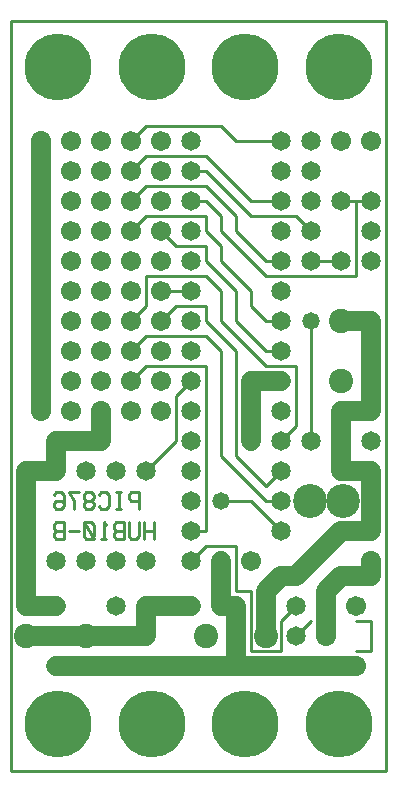
<source format=gbl>
%MOIN*%
%FSLAX25Y25*%
G04 D10 used for Character Trace; *
G04     Circle (OD=.01000) (No hole)*
G04 D11 used for Power Trace; *
G04     Circle (OD=.06700) (No hole)*
G04 D12 used for Signal Trace; *
G04     Circle (OD=.01100) (No hole)*
G04 D13 used for Via; *
G04     Circle (OD=.05800) (Round. Hole ID=.02800)*
G04 D14 used for Component hole; *
G04     Circle (OD=.06500) (Round. Hole ID=.03500)*
G04 D15 used for Component hole; *
G04     Circle (OD=.06700) (Round. Hole ID=.04300)*
G04 D16 used for Component hole; *
G04     Circle (OD=.08100) (Round. Hole ID=.05100)*
G04 D17 used for Component hole; *
G04     Circle (OD=.08900) (Round. Hole ID=.05900)*
G04 D18 used for Component hole; *
G04     Circle (OD=.11300) (Round. Hole ID=.08300)*
G04 D19 used for Component hole; *
G04     Circle (OD=.16000) (Round. Hole ID=.13000)*
G04 D20 used for Component hole; *
G04     Circle (OD=.18300) (Round. Hole ID=.15300)*
G04 D21 used for Component hole; *
G04     Circle (OD=.22291) (Round. Hole ID=.19291)*
%ADD10C,.01000*%
%ADD11C,.06700*%
%ADD12C,.01100*%
%ADD13C,.05800*%
%ADD14C,.06500*%
%ADD15C,.06700*%
%ADD16C,.08100*%
%ADD17C,.08900*%
%ADD18C,.11300*%
%ADD19C,.16000*%
%ADD20C,.18300*%
%ADD21C,.22291*%
%IPPOS*%
%LPD*%
G90*X0Y0D02*D21*X15625Y15625D03*D14*              
X35000Y35000D03*D11*X15000D01*D13*D03*D16*        
X25000Y45000D03*D11*X5000D01*D16*D03*D13*         
X15000Y55000D03*D11*X5000D01*Y100000D01*X15000D01*
D14*D03*D11*Y110000D01*X30000D01*Y120000D01*D15*  
D03*X40000Y130000D03*D12*X45000Y135000D01*        
X65000D01*Y80000D01*X60000D01*D14*D03*D12*        
Y70000D02*X65000Y75000D01*D14*X60000Y70000D03*D12*
X65000Y75000D02*X75000D01*Y60000D01*X80000D01*    
Y40000D01*X90000D01*Y50000D01*X95000Y55000D01*D14*
D03*D12*Y45000D02*X100000Y50000D01*D14*           
X95000Y45000D03*D15*X105000D03*D11*Y60000D01*     
X110000Y65000D01*X120000D01*Y70000D01*D15*D03*D11*
X95000Y65000D02*X110000Y80000D01*X90000Y65000D02* 
X95000D01*X85000Y60000D02*X90000Y65000D01*        
X85000Y45000D02*Y60000D01*D16*Y45000D03*D11*      
X75000Y35000D02*Y55000D01*X35000Y35000D02*        
X75000D01*X25000Y45000D02*X45000D01*D14*          
X35000Y55000D03*D11*X45000Y45000D02*Y55000D01*    
X60000D01*D13*D03*D11*X70000D02*X75000D01*        
X70000D02*Y70000D01*D14*D03*D15*X80000D03*D14*    
X90000Y90000D03*D12*X85000D01*X70000Y105000D01*   
Y140000D01*X65000Y145000D01*X45000D01*            
X40000Y140000D01*D15*D03*X50000Y130000D03*        
Y150000D03*D12*X55000Y155000D01*X65000D01*        
Y150000D01*X75000Y140000D01*Y105000D01*           
X85000Y95000D01*X90000Y100000D01*D14*D03*D18*     
X99500Y90000D03*D14*X100000Y110000D03*D12*        
Y150000D01*D13*D03*D14*X90000Y160000D03*          
Y140000D03*D12*X85000D01*X75000Y150000D01*        
Y160000D01*X65000Y170000D01*Y175000D01*X55000D01* 
X50000Y180000D01*D15*D03*D12*X40000D02*           
X45000Y185000D01*D15*X40000Y180000D03*D12*        
X45000Y185000D02*X65000D01*Y180000D01*            
X70000Y175000D01*Y170000D01*X80000Y160000D01*     
Y155000D01*X85000Y150000D01*X90000D01*D14*D03*D12*
X85000Y135000D02*X95000D01*Y115000D01*            
X90000Y110000D01*D14*D03*Y120000D03*D13*          
X80000Y110000D03*D11*Y130000D01*X90000D01*D14*D03*
D12*X85000Y135000D02*X70000Y150000D01*Y160000D01* 
X65000Y165000D01*X45000D01*Y155000D01*            
X40000Y150000D01*D15*D03*X50000Y140000D03*        
Y160000D03*D12*X60000D01*D14*D03*D15*             
X50000Y170000D03*D14*X60000D03*Y150000D03*D12*    
X85000Y170000D02*X75000Y180000D01*                
X85000Y170000D02*X90000D01*D14*D03*D12*           
X85000Y165000D02*X115000D01*Y190000D01*X110000D01*
D14*D03*D12*X115000D02*X120000D01*D14*D03*        
Y180000D03*X100000Y210000D03*Y170000D03*D12*      
X110000D01*D14*D03*X100000Y180000D03*D12*         
X95000Y185000D01*X80000D01*X65000Y200000D01*      
X60000D01*D14*D03*D12*X75000Y185000D02*           
X65000Y195000D01*X75000Y180000D02*Y185000D01*     
X70000Y180000D02*Y185000D01*X85000Y165000D02*     
X70000Y180000D01*D14*X90000D03*D12*               
X70000Y185000D02*X65000Y190000D01*X60000D01*D14*  
D03*D12*X45000Y195000D02*X65000D01*               
X40000Y190000D02*X45000Y195000D01*D15*            
X40000Y190000D03*X50000Y200000D03*X30000D03*      
Y180000D03*X50000Y190000D03*X40000Y200000D03*D12* 
X45000Y205000D01*X65000D01*X80000Y190000D01*      
X90000D01*D14*D03*X100000Y200000D03*Y190000D03*   
X90000Y200000D03*D15*X110000Y210000D03*D14*       
X90000D03*D12*X75000D01*X70000Y215000D01*         
X45000D01*X40000Y210000D01*D15*D03*X50000D03*     
X30000D03*X20000Y190000D03*X30000D03*D14*         
X60000Y210000D03*D15*X20000D03*Y200000D03*D21*    
X15625Y234375D03*X46875D03*D15*X10000Y180000D03*  
D11*Y170000D01*D15*D03*D11*Y160000D01*D15*D03*D11*
Y150000D01*D15*D03*D11*Y140000D01*D15*D03*D11*    
Y130000D01*D15*D03*D11*Y120000D01*D15*D03*        
X20000Y130000D03*Y120000D03*X30000Y140000D03*     
X20000D03*X30000Y130000D03*D14*X25000Y100000D03*  
X35000D03*D15*X30000Y150000D03*X20000D03*         
X40000Y120000D03*D10*X42511Y87129D02*Y92871D01*   
X40000D01*X39163Y91914D01*Y90957D01*              
X40000Y90000D01*X42511D01*X35837Y87129D02*        
Y92871D01*X36674Y87129D02*X35000D01*              
X36674Y92871D02*X35000D01*X29163Y88086D02*        
X30000Y87129D01*X31674D01*X32511Y88086D01*        
Y91914D01*X31674Y92871D01*X30000D01*              
X29163Y91914D01*X26674Y90000D02*X27511Y90957D01*  
Y91914D01*X26674Y92871D01*X25000D01*              
X24163Y91914D01*Y90957D01*X25000Y90000D01*        
X26674D01*X27511Y89043D01*Y88086D01*              
X26674Y87129D01*X25000D01*X24163Y88086D01*        
Y89043D01*X25000Y90000D01*X22511Y92871D02*        
X19163D01*X20837Y90000D01*Y87129D01*              
X14163Y91914D02*X15000Y92871D01*X16674D01*        
X17511Y91914D01*Y88086D01*X16674Y87129D01*        
X15000D01*X14163Y88086D01*Y89043D01*              
X15000Y90000D01*X16674D01*X17511Y89043D01*D14*    
X45000Y100000D03*D12*X55000Y110000D01*Y125000D01* 
X60000Y130000D01*D14*D03*D15*X50000Y120000D03*D14*
X60000Y140000D03*Y120000D03*Y110000D03*D15*       
X30000Y160000D03*D14*X60000Y100000D03*D15*        
X40000Y160000D03*X20000Y170000D03*Y160000D03*D14* 
X60000Y90000D03*D13*X70000D03*D12*X80000D01*      
X90000Y80000D01*D14*D03*D11*X110000Y100000D02*    
X120000D01*Y80000D01*X110000D01*D18*              
X110500Y90000D03*D11*X110000Y100000D02*Y120000D01*
X120000D01*Y150000D01*X110000D01*D16*D03*D14*     
X120000Y170000D03*D16*X110000Y130000D03*D14*      
X120000Y110000D03*X60000Y180000D03*D15*           
X120000Y210000D03*X40000Y170000D03*D14*           
X35000Y70000D03*X45000D03*D15*X30000Y170000D03*   
D21*X109375Y234375D03*X78125D03*D14*              
X25000Y70000D03*D15*X20000Y180000D03*             
X115000Y55000D03*D10*X47511Y77129D02*Y82871D01*   
X44163Y77129D02*Y82871D01*X47511Y80000D02*        
X44163D01*X39163Y82871D02*Y78086D01*              
X40000Y77129D01*X41674D01*X42511Y78086D01*        
Y82871D01*X37511Y77129D02*Y82871D01*X35000D01*    
X34163Y81914D01*Y80957D01*X35000Y80000D01*        
X34163Y79043D01*Y78086D01*X35000Y77129D01*        
X37511D01*Y80000D02*X35000D01*X31674Y81914D02*    
X30837Y82871D01*Y77129D01*X31674D02*X30000D01*    
X24163Y78086D02*X25000Y77129D01*X26674D01*        
X27511Y78086D01*Y81914D01*X26674Y82871D01*        
X25000D01*X24163Y81914D01*Y78086D01*              
X27511Y77129D02*X24163Y82871D01*X22511Y80000D02*  
X19163D01*X17511Y77129D02*Y82871D01*X15000D01*    
X14163Y81914D01*Y80957D01*X15000Y80000D01*        
X14163Y79043D01*Y78086D01*X15000Y77129D01*        
X17511D01*Y80000D02*X15000D01*D14*Y70000D03*D15*  
X10000Y210000D03*D11*Y200000D01*D15*D03*D11*      
Y190000D01*D15*D03*D11*Y180000D01*D12*X0Y0D02*    
Y250000D01*Y0D02*X125000D01*Y250000D01*X0D01*D10* 
X7511Y77129D02*Y82871D01*X4163Y77129D02*Y82871D01*
X7511Y80000D02*X4163D01*D12*X115000Y50000D02*     
X120000D01*Y40000D01*X115000D01*D15*Y35000D03*D11*
X75000D01*D16*X65000Y45000D03*D21*X78125Y15625D03*
X46875D03*X109375D03*M02*                         

</source>
